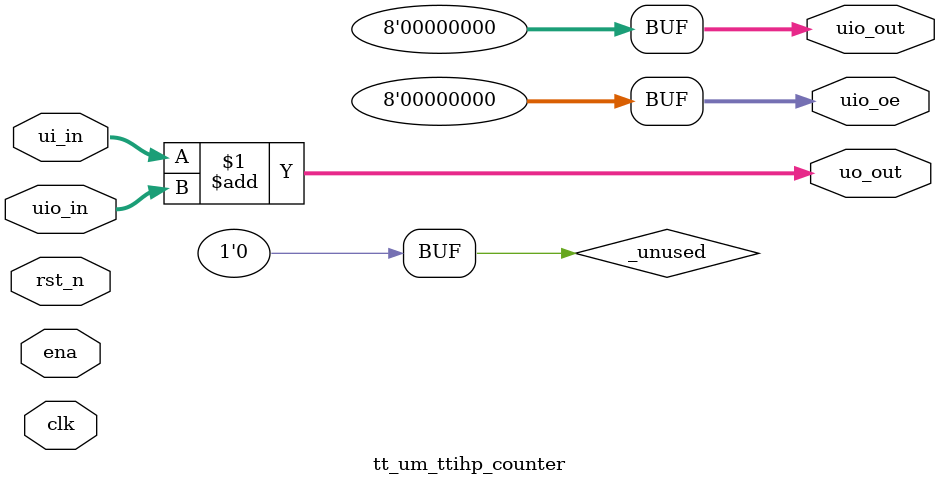
<source format=v>
/*
 * Copyright (c) 2025 Sunnie Kapar
 * SPDX-License-Identifier: Apache-2.0
 */

`default_nettype none

module tt_um_ttihp_counter (
    input  wire [7:0] ui_in,    // Dedicated inputs
    output wire [7:0] uo_out,   // Dedicated outputs
    input  wire [7:0] uio_in,   // IOs: Input path
    output wire [7:0] uio_out,  // IOs: Output path
    output wire [7:0] uio_oe,   // IOs: Enable path (active high: 0=input, 1=output)
    input  wire       ena,      // always 1 when the design is powered, so you can ignore it
    input  wire       clk,      // clock
    input  wire       rst_n     // reset_n - low to reset
);

  // All output pins must be assigned. If not used, assign to 0.
  assign uo_out  = ui_in + uio_in;  // Example: ou_out is the sum of ui_in and uio_in
  assign uio_out = 0;
  assign uio_oe  = 0;

  // List all unused inputs to prevent warnings
  wire _unused = &{ena, clk, rst_n, 1'b0};

endmodule

</source>
